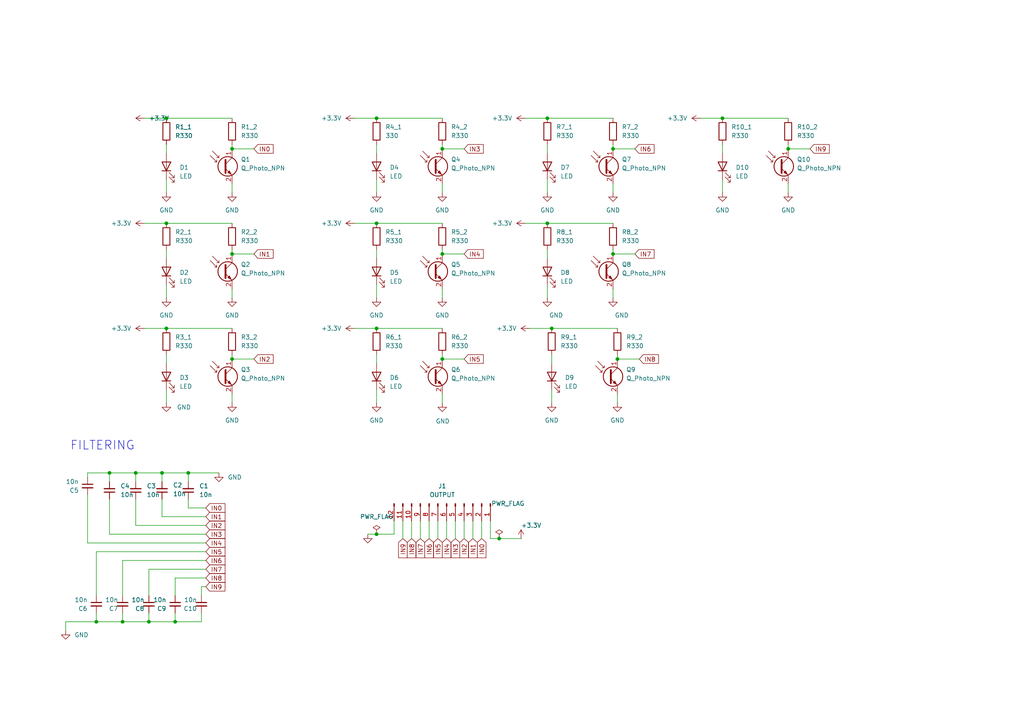
<source format=kicad_sch>
(kicad_sch (version 20211123) (generator eeschema)
  (paper "A4")
  (lib_symbols
    (symbol "Connector:Conn_01x12_Male" (pin_names (offset 1.016) hide)
      (property "Reference" "J" (at 0 15.24 0))
      (property "Value" "Conn_01x12_Male" (at 0 -17.78 0))
      (symbol "Conn_01x12_Male_1_1"
        (polyline (pts (xy 1.27 -15.24) (xy 0.8636 -15.24)) (stroke (width 0.1524)))
        (polyline (pts (xy 1.27 -12.7) (xy 0.8636 -12.7)) (stroke (width 0.1524)))
        (polyline (pts (xy 1.27 -10.16) (xy 0.8636 -10.16)) (stroke (width 0.1524)))
        (polyline (pts (xy 1.27 -7.62) (xy 0.8636 -7.62)) (stroke (width 0.1524)))
        (polyline (pts (xy 1.27 -5.08) (xy 0.8636 -5.08)) (stroke (width 0.1524)))
        (polyline (pts (xy 1.27 -2.54) (xy 0.8636 -2.54)) (stroke (width 0.1524)))
        (polyline (pts (xy 1.27 0) (xy 0.8636 0)) (stroke (width 0.1524)))
        (polyline (pts (xy 1.27 2.54) (xy 0.8636 2.54)) (stroke (width 0.1524)))
        (polyline (pts (xy 1.27 5.08) (xy 0.8636 5.08)) (stroke (width 0.1524)))
        (polyline (pts (xy 1.27 7.62) (xy 0.8636 7.62)) (stroke (width 0.1524)))
        (polyline (pts (xy 1.27 10.16) (xy 0.8636 10.16)) (stroke (width 0.1524)))
        (polyline (pts (xy 1.27 12.7) (xy 0.8636 12.7)) (stroke (width 0.1524)))
        (rectangle (start 0.8636 -15.113) (end 0 -15.367) (stroke (width 0.1524)) (fill (type outline)))
        (rectangle (start 0.8636 -12.573) (end 0 -12.827) (stroke (width 0.1524)) (fill (type outline)))
        (rectangle (start 0.8636 -10.033) (end 0 -10.287) (stroke (width 0.1524)) (fill (type outline)))
        (rectangle (start 0.8636 -7.493) (end 0 -7.747) (stroke (width 0.1524)) (fill (type outline)))
        (rectangle (start 0.8636 -4.953) (end 0 -5.207) (stroke (width 0.1524)) (fill (type outline)))
        (rectangle (start 0.8636 -2.413) (end 0 -2.667) (stroke (width 0.1524)) (fill (type outline)))
        (rectangle (start 0.8636 0.127) (end 0 -0.127) (stroke (width 0.1524)) (fill (type outline)))
        (rectangle (start 0.8636 2.667) (end 0 2.413) (stroke (width 0.1524)) (fill (type outline)))
        (rectangle (start 0.8636 5.207) (end 0 4.953) (stroke (width 0.1524)) (fill (type outline)))
        (rectangle (start 0.8636 7.747) (end 0 7.493) (stroke (width 0.1524)) (fill (type outline)))
        (rectangle (start 0.8636 10.287) (end 0 10.033) (stroke (width 0.1524)) (fill (type outline)))
        (rectangle (start 0.8636 12.827) (end 0 12.573) (stroke (width 0.1524)) (fill (type outline)))
        (pin passive line (at 5.08 12.7 180) (length 3.81) (name "Pin_1") (number "1"))
        (pin passive line (at 5.08 -10.16 180) (length 3.81) (name "Pin_10") (number "10"))
        (pin passive line (at 5.08 -12.7 180) (length 3.81) (name "Pin_11") (number "11"))
        (pin passive line (at 5.08 -15.24 180) (length 3.81) (name "Pin_12") (number "12"))
        (pin passive line (at 5.08 10.16 180) (length 3.81) (name "Pin_2") (number "2"))
        (pin passive line (at 5.08 7.62 180) (length 3.81) (name "Pin_3") (number "3"))
        (pin passive line (at 5.08 5.08 180) (length 3.81) (name "Pin_4") (number "4"))
        (pin passive line (at 5.08 2.54 180) (length 3.81) (name "Pin_5") (number "5"))
        (pin passive line (at 5.08 0 180) (length 3.81) (name "Pin_6") (number "6"))
        (pin passive line (at 5.08 -2.54 180) (length 3.81) (name "Pin_7") (number "7"))
        (pin passive line (at 5.08 -5.08 180) (length 3.81) (name "Pin_8") (number "8"))
        (pin passive line (at 5.08 -7.62 180) (length 3.81) (name "Pin_9") (number "9"))
      )
    )
    (symbol "Device:C_Small" (pin_numbers hide) (pin_names (offset 0.254) hide)
      (property "Reference" "C" (at 0.254 1.778 0))
      (property "Value" "C_Small" (at 0.254 -2.032 0))
      (symbol "C_Small_0_1"
        (polyline (pts (xy -1.524 -0.508) (xy 1.524 -0.508)) (stroke (width 0.3302)))
        (polyline (pts (xy -1.524 0.508) (xy 1.524 0.508)) (stroke (width 0.3048)))
      )
      (symbol "C_Small_1_1"
        (pin passive line (at 0 2.54 270) (length 2.032) (name "~") (number "1"))
        (pin passive line (at 0 -2.54 90) (length 2.032) (name "~") (number "2"))
      )
    )
    (symbol "Device:LED" (pin_numbers hide) (pin_names (offset 1.016) hide)
      (property "Reference" "D" (at 0 2.54 0))
      (property "Value" "LED" (at 0 -2.54 0))
      (symbol "LED_0_1"
        (polyline (pts (xy -1.27 -1.27) (xy -1.27 1.27)) (stroke (width 0.254)))
        (polyline (pts (xy -1.27 0) (xy 1.27 0)))
        (polyline (pts (xy 1.27 -1.27) (xy 1.27 1.27) (xy -1.27 0) (xy 1.27 -1.27)) (stroke (width 0.254)))
        (polyline (pts (xy -3.048 -0.762) (xy -4.572 -2.286) (xy -3.81 -2.286) (xy -4.572 -2.286) (xy -4.572 -1.524)))
        (polyline (pts (xy -1.778 -0.762) (xy -3.302 -2.286) (xy -2.54 -2.286) (xy -3.302 -2.286) (xy -3.302 -1.524)))
      )
      (symbol "LED_1_1"
        (pin passive line (at -3.81 0 0) (length 2.54) (name "K") (number "1"))
        (pin passive line (at 3.81 0 180) (length 2.54) (name "A") (number "2"))
      )
    )
    (symbol "Device:Q_Photo_NPN" (pin_names (offset 0) hide)
      (property "Reference" "Q" (at 5.08 1.27 0))
      (property "Value" "Q_Photo_NPN" (at 5.08 -1.27 0))
      (symbol "Q_Photo_NPN_0_1"
        (polyline (pts (xy -1.905 1.27) (xy -2.54 1.27)))
        (polyline (pts (xy -1.27 2.54) (xy -1.905 2.54)))
        (polyline (pts (xy 0.635 0.635) (xy 2.54 2.54)))
        (polyline (pts (xy -3.81 3.175) (xy -1.905 1.27) (xy -1.905 1.905)))
        (polyline (pts (xy -3.175 4.445) (xy -1.27 2.54) (xy -1.27 3.175)))
        (polyline (pts (xy 0.635 -0.635) (xy 2.54 -2.54) (xy 2.54 -2.54)))
        (polyline (pts (xy 0.635 1.905) (xy 0.635 -1.905) (xy 0.635 -1.905)) (stroke (width 0.508)))
        (polyline (pts (xy 1.27 -1.778) (xy 1.778 -1.27) (xy 2.286 -2.286) (xy 1.27 -1.778) (xy 1.27 -1.778)) (fill (type outline)))
        (circle (center 1.27 0) (radius 2.8194) (stroke (width 0.254)))
      )
      (symbol "Q_Photo_NPN_1_1"
        (pin passive line (at 2.54 5.08 270) (length 2.54) (name "C") (number "1"))
        (pin passive line (at 2.54 -5.08 90) (length 2.54) (name "E") (number "2"))
      )
    )
    (symbol "Device:R" (pin_numbers hide) (pin_names (offset 0))
      (property "Reference" "R" (at 2.032 0 90))
      (property "Value" "R" (at 0 0 90))
      (symbol "R_0_1"
        (rectangle (start -1.016 -2.54) (end 1.016 2.54) (stroke (width 0.254)))
      )
      (symbol "R_1_1"
        (pin passive line (at 0 3.81 270) (length 1.27) (name "~") (number "1"))
        (pin passive line (at 0 -3.81 90) (length 1.27) (name "~") (number "2"))
      )
    )
    (symbol "power:+3.3V" (power) (pin_names (offset 0))
      (property "Value" "+3.3V" (at 0 3.556 0))
      (symbol "+3.3V_0_1"
        (polyline (pts (xy -0.762 1.27) (xy 0 2.54)))
        (polyline (pts (xy 0 0) (xy 0 2.54)))
        (polyline (pts (xy 0 2.54) (xy 0.762 1.27)))
      )
      (symbol "+3.3V_1_1"
        (pin power_in line (at 0 0 90) (length 0) hide (name "+3.3V") (number "1"))
      )
    )
    (symbol "power:GND" (power) (pin_names (offset 0))
      (property "Value" "GND" (at 0 -3.81 0))
      (symbol "GND_0_1"
        (polyline (pts (xy 0 0) (xy 0 -1.27) (xy 1.27 -1.27) (xy 0 -2.54) (xy -1.27 -1.27) (xy 0 -1.27)))
      )
      (symbol "GND_1_1"
        (pin power_in line (at 0 0 270) (length 0) hide (name "GND") (number "1"))
      )
    )
    (symbol "power:PWR_FLAG" (power) (pin_numbers hide) (pin_names (offset 0) hide)
      (property "Value" "PWR_FLAG" (at 0 3.81 0))
      (symbol "PWR_FLAG_0_0"
        (pin power_out line (at 0 0 90) (length 0) (name "pwr") (number "1"))
      )
      (symbol "PWR_FLAG_0_1"
        (polyline (pts (xy 0 0) (xy 0 1.27) (xy -1.016 1.905) (xy 0 2.54) (xy 1.016 1.905) (xy 0 1.27)))
      )
    )
  )
  (junction (at 46.99 137.16))
  (junction (at 128.27 43.18))
  (junction (at 109.22 34.29))
  (junction (at 50.8 180.34))
  (junction (at 35.56 180.34))
  (junction (at 158.75 64.77))
  (junction (at 144.78 156.21))
  (junction (at 228.6 43.18))
  (junction (at 109.22 95.25))
  (junction (at 109.22 154.94))
  (junction (at 109.22 64.77))
  (junction (at 177.8 73.66))
  (junction (at 67.31 43.18))
  (junction (at 158.75 34.29))
  (junction (at 179.07 104.14))
  (junction (at 48.26 64.77))
  (junction (at 27.94 180.34))
  (junction (at 67.31 73.66))
  (junction (at 177.8 43.18))
  (junction (at 48.26 34.29))
  (junction (at 39.37 137.16))
  (junction (at 31.75 137.16))
  (junction (at 43.18 180.34))
  (junction (at 48.26 95.25))
  (junction (at 160.02 95.25))
  (junction (at 54.61 137.16))
  (junction (at 209.55 34.29))
  (junction (at 67.31 104.14))
  (junction (at 128.27 104.14))
  (junction (at 128.27 73.66))
  (wire (pts (xy 128.27 104.14) (xy 128.27 102.87)))
  (wire (pts (xy 54.61 137.16) (xy 63.5 137.16)))
  (wire (pts (xy 59.69 149.86) (xy 46.99 149.86)))
  (wire (pts (xy 109.22 34.29) (xy 128.27 34.29)))
  (wire (pts (xy 54.61 147.32) (xy 59.69 147.32)))
  (wire (pts (xy 27.94 172.72) (xy 27.94 160.02)))
  (wire (pts (xy 67.31 73.66) (xy 67.31 72.39)))
  (wire (pts (xy 209.55 52.07) (xy 209.55 55.88)))
  (wire (pts (xy 152.4 34.29) (xy 158.75 34.29)))
  (wire (pts (xy 109.22 82.55) (xy 109.22 86.36)))
  (wire (pts (xy 48.26 44.45) (xy 48.26 41.91)))
  (wire (pts (xy 177.8 55.88) (xy 177.8 53.34)))
  (wire (pts (xy 35.56 180.34) (xy 27.94 180.34)))
  (wire (pts (xy 134.62 104.14) (xy 128.27 104.14)))
  (wire (pts (xy 73.66 73.66) (xy 67.31 73.66)))
  (wire (pts (xy 48.26 105.41) (xy 48.26 102.87)))
  (wire (pts (xy 102.87 34.29) (xy 109.22 34.29)))
  (wire (pts (xy 27.94 180.34) (xy 19.05 180.34)))
  (wire (pts (xy 48.26 74.93) (xy 48.26 72.39)))
  (wire (pts (xy 160.02 105.41) (xy 160.02 102.87)))
  (wire (pts (xy 116.84 151.13) (xy 116.84 156.21)))
  (wire (pts (xy 121.92 151.13) (xy 121.92 156.21)))
  (wire (pts (xy 50.8 177.8) (xy 50.8 180.34)))
  (wire (pts (xy 43.18 165.1) (xy 59.69 165.1)))
  (wire (pts (xy 48.26 82.55) (xy 48.26 86.36)))
  (wire (pts (xy 134.62 43.18) (xy 128.27 43.18)))
  (wire (pts (xy 43.18 177.8) (xy 43.18 180.34)))
  (wire (pts (xy 142.24 156.21) (xy 142.24 151.13)))
  (wire (pts (xy 59.69 154.94) (xy 31.75 154.94)))
  (wire (pts (xy 25.4 138.43) (xy 25.4 137.16)))
  (wire (pts (xy 50.8 167.64) (xy 59.69 167.64)))
  (wire (pts (xy 128.27 116.84) (xy 128.27 114.3)))
  (wire (pts (xy 132.08 151.13) (xy 132.08 156.21)))
  (wire (pts (xy 158.75 64.77) (xy 152.4 64.77)))
  (wire (pts (xy 25.4 143.51) (xy 25.4 157.48)))
  (wire (pts (xy 228.6 43.18) (xy 228.6 41.91)))
  (wire (pts (xy 158.75 44.45) (xy 158.75 41.91)))
  (wire (pts (xy 35.56 172.72) (xy 35.56 162.56)))
  (wire (pts (xy 109.22 64.77) (xy 102.87 64.77)))
  (wire (pts (xy 119.38 151.13) (xy 119.38 156.21)))
  (wire (pts (xy 177.8 43.18) (xy 177.8 41.91)))
  (wire (pts (xy 67.31 55.88) (xy 67.31 53.34)))
  (wire (pts (xy 114.3 154.94) (xy 114.3 151.13)))
  (wire (pts (xy 179.07 116.84) (xy 179.07 114.3)))
  (wire (pts (xy 109.22 44.45) (xy 109.22 41.91)))
  (wire (pts (xy 67.31 104.14) (xy 67.31 102.87)))
  (wire (pts (xy 209.55 34.29) (xy 228.6 34.29)))
  (wire (pts (xy 67.31 116.84) (xy 67.31 114.3)))
  (wire (pts (xy 73.66 43.18) (xy 67.31 43.18)))
  (wire (pts (xy 43.18 180.34) (xy 35.56 180.34)))
  (wire (pts (xy 177.8 73.66) (xy 177.8 72.39)))
  (wire (pts (xy 39.37 139.7) (xy 39.37 137.16)))
  (wire (pts (xy 160.02 95.25) (xy 153.67 95.25)))
  (wire (pts (xy 128.27 55.88) (xy 128.27 53.34)))
  (wire (pts (xy 25.4 137.16) (xy 31.75 137.16)))
  (wire (pts (xy 109.22 52.07) (xy 109.22 55.88)))
  (wire (pts (xy 124.46 151.13) (xy 124.46 156.21)))
  (wire (pts (xy 234.95 43.18) (xy 228.6 43.18)))
  (wire (pts (xy 158.75 52.07) (xy 158.75 55.88)))
  (wire (pts (xy 158.75 74.93) (xy 158.75 72.39)))
  (wire (pts (xy 54.61 144.78) (xy 54.61 147.32)))
  (wire (pts (xy 46.99 139.7) (xy 46.99 137.16)))
  (wire (pts (xy 158.75 64.77) (xy 177.8 64.77)))
  (wire (pts (xy 35.56 177.8) (xy 35.56 180.34)))
  (wire (pts (xy 67.31 43.18) (xy 67.31 41.91)))
  (wire (pts (xy 39.37 137.16) (xy 46.99 137.16)))
  (wire (pts (xy 142.24 156.21) (xy 144.78 156.21)))
  (wire (pts (xy 67.31 86.36) (xy 67.31 83.82)))
  (wire (pts (xy 134.62 151.13) (xy 134.62 156.21)))
  (wire (pts (xy 128.27 86.36) (xy 128.27 83.82)))
  (wire (pts (xy 58.42 170.18) (xy 59.69 170.18)))
  (wire (pts (xy 109.22 95.25) (xy 128.27 95.25)))
  (wire (pts (xy 160.02 113.03) (xy 160.02 116.84)))
  (wire (pts (xy 158.75 34.29) (xy 177.8 34.29)))
  (wire (pts (xy 109.22 154.94) (xy 114.3 154.94)))
  (wire (pts (xy 31.75 137.16) (xy 39.37 137.16)))
  (wire (pts (xy 35.56 162.56) (xy 59.69 162.56)))
  (wire (pts (xy 46.99 149.86) (xy 46.99 144.78)))
  (wire (pts (xy 228.6 55.88) (xy 228.6 53.34)))
  (wire (pts (xy 48.26 52.07) (xy 48.26 55.88)))
  (wire (pts (xy 137.16 151.13) (xy 137.16 156.21)))
  (wire (pts (xy 139.7 151.13) (xy 139.7 156.21)))
  (wire (pts (xy 128.27 73.66) (xy 128.27 72.39)))
  (wire (pts (xy 31.75 139.7) (xy 31.75 137.16)))
  (wire (pts (xy 50.8 180.34) (xy 43.18 180.34)))
  (wire (pts (xy 109.22 113.03) (xy 109.22 116.84)))
  (wire (pts (xy 160.02 95.25) (xy 179.07 95.25)))
  (wire (pts (xy 109.22 74.93) (xy 109.22 72.39)))
  (wire (pts (xy 48.26 95.25) (xy 41.91 95.25)))
  (wire (pts (xy 134.62 73.66) (xy 128.27 73.66)))
  (wire (pts (xy 109.22 64.77) (xy 128.27 64.77)))
  (wire (pts (xy 41.91 34.29) (xy 48.26 34.29)))
  (wire (pts (xy 128.27 43.18) (xy 128.27 41.91)))
  (wire (pts (xy 39.37 152.4) (xy 59.69 152.4)))
  (wire (pts (xy 209.55 34.29) (xy 203.2 34.29)))
  (wire (pts (xy 31.75 154.94) (xy 31.75 144.78)))
  (wire (pts (xy 48.26 34.29) (xy 67.31 34.29)))
  (wire (pts (xy 39.37 144.78) (xy 39.37 152.4)))
  (wire (pts (xy 58.42 177.8) (xy 58.42 180.34)))
  (wire (pts (xy 184.15 73.66) (xy 177.8 73.66)))
  (wire (pts (xy 185.42 104.14) (xy 179.07 104.14)))
  (wire (pts (xy 48.26 113.03) (xy 48.26 116.84)))
  (wire (pts (xy 129.54 151.13) (xy 129.54 156.21)))
  (wire (pts (xy 179.07 104.14) (xy 179.07 102.87)))
  (wire (pts (xy 48.26 64.77) (xy 67.31 64.77)))
  (wire (pts (xy 109.22 95.25) (xy 102.87 95.25)))
  (wire (pts (xy 106.68 154.94) (xy 109.22 154.94)))
  (wire (pts (xy 109.22 105.41) (xy 109.22 102.87)))
  (wire (pts (xy 158.75 82.55) (xy 158.75 86.36)))
  (wire (pts (xy 27.94 177.8) (xy 27.94 180.34)))
  (wire (pts (xy 177.8 86.36) (xy 177.8 83.82)))
  (wire (pts (xy 48.26 95.25) (xy 67.31 95.25)))
  (wire (pts (xy 144.78 156.21) (xy 151.13 156.21)))
  (wire (pts (xy 19.05 180.34) (xy 19.05 182.88)))
  (wire (pts (xy 27.94 160.02) (xy 59.69 160.02)))
  (wire (pts (xy 58.42 180.34) (xy 50.8 180.34)))
  (wire (pts (xy 46.99 137.16) (xy 54.61 137.16)))
  (wire (pts (xy 209.55 44.45) (xy 209.55 41.91)))
  (wire (pts (xy 127 151.13) (xy 127 156.21)))
  (wire (pts (xy 25.4 157.48) (xy 59.69 157.48)))
  (wire (pts (xy 50.8 172.72) (xy 50.8 167.64)))
  (wire (pts (xy 184.15 43.18) (xy 177.8 43.18)))
  (wire (pts (xy 48.26 64.77) (xy 41.91 64.77)))
  (wire (pts (xy 58.42 172.72) (xy 58.42 170.18)))
  (wire (pts (xy 54.61 139.7) (xy 54.61 137.16)))
  (wire (pts (xy 73.66 104.14) (xy 67.31 104.14)))
  (wire (pts (xy 43.18 172.72) (xy 43.18 165.1)))
  (text "FILTERING" (at 20.32 130.81 0) (effects (font (size 2.54 2.54)) (justify left bottom)))
  (global_label "IN8" (shape input) (at 59.69 167.64 0) (property "Intersheet References" "${INTERSHEET_REFS}" (effects hide)))
  (global_label "IN8" (shape input) (at 185.42 104.14 0) (property "Intersheet References" "${INTERSHEET_REFS}" (effects hide)))
  (global_label "IN0" (shape input) (at 139.7 156.21 270) (property "Intersheet References" "${INTERSHEET_REFS}" (effects hide)))
  (global_label "IN6" (shape input) (at 59.69 162.56 0) (property "Intersheet References" "${INTERSHEET_REFS}" (effects hide)))
  (global_label "IN9" (shape input) (at 234.95 43.18 0) (property "Intersheet References" "${INTERSHEET_REFS}" (effects hide)))
  (global_label "IN0" (shape input) (at 73.66 43.18 0) (property "Intersheet References" "${INTERSHEET_REFS}" (effects hide)))
  (global_label "IN9" (shape input) (at 59.69 170.18 0) (property "Intersheet References" "${INTERSHEET_REFS}" (effects hide)))
  (global_label "IN4" (shape input) (at 59.69 157.48 0) (property "Intersheet References" "${INTERSHEET_REFS}" (effects hide)))
  (global_label "IN2" (shape input) (at 134.62 156.21 270) (property "Intersheet References" "${INTERSHEET_REFS}" (effects hide)))
  (global_label "IN5" (shape input) (at 134.62 104.14 0) (property "Intersheet References" "${INTERSHEET_REFS}" (effects hide)))
  (global_label "IN0" (shape input) (at 59.69 147.32 0) (property "Intersheet References" "${INTERSHEET_REFS}" (effects hide)))
  (global_label "IN4" (shape input) (at 129.54 156.21 270) (property "Intersheet References" "${INTERSHEET_REFS}" (effects hide)))
  (global_label "IN5" (shape input) (at 59.69 160.02 0) (property "Intersheet References" "${INTERSHEET_REFS}" (effects hide)))
  (global_label "IN6" (shape input) (at 184.15 43.18 0) (property "Intersheet References" "${INTERSHEET_REFS}" (effects hide)))
  (global_label "IN1" (shape input) (at 137.16 156.21 270) (property "Intersheet References" "${INTERSHEET_REFS}" (effects hide)))
  (global_label "IN1" (shape input) (at 59.69 149.86 0) (property "Intersheet References" "${INTERSHEET_REFS}" (effects hide)))
  (global_label "IN3" (shape input) (at 59.69 154.94 0) (property "Intersheet References" "${INTERSHEET_REFS}" (effects hide)))
  (global_label "IN1" (shape input) (at 73.66 73.66 0) (property "Intersheet References" "${INTERSHEET_REFS}" (effects hide)))
  (global_label "IN5" (shape input) (at 127 156.21 270) (property "Intersheet References" "${INTERSHEET_REFS}" (effects hide)))
  (global_label "IN2" (shape input) (at 59.69 152.4 0) (property "Intersheet References" "${INTERSHEET_REFS}" (effects hide)))
  (global_label "IN9" (shape input) (at 116.84 156.21 270) (property "Intersheet References" "${INTERSHEET_REFS}" (effects hide)))
  (global_label "IN6" (shape input) (at 124.46 156.21 270) (property "Intersheet References" "${INTERSHEET_REFS}" (effects hide)))
  (global_label "IN7" (shape input) (at 184.15 73.66 0) (property "Intersheet References" "${INTERSHEET_REFS}" (effects hide)))
  (global_label "IN4" (shape input) (at 134.62 73.66 0) (property "Intersheet References" "${INTERSHEET_REFS}" (effects hide)))
  (global_label "IN2" (shape input) (at 73.66 104.14 0) (property "Intersheet References" "${INTERSHEET_REFS}" (effects hide)))
  (global_label "IN8" (shape input) (at 119.38 156.21 270) (property "Intersheet References" "${INTERSHEET_REFS}" (effects hide)))
  (global_label "IN7" (shape input) (at 121.92 156.21 270) (property "Intersheet References" "${INTERSHEET_REFS}" (effects hide)))
  (global_label "IN3" (shape input) (at 132.08 156.21 270) (property "Intersheet References" "${INTERSHEET_REFS}" (effects hide)))
  (global_label "IN3" (shape input) (at 134.62 43.18 0) (property "Intersheet References" "${INTERSHEET_REFS}" (effects hide)))
  (global_label "IN7" (shape input) (at 59.69 165.1 0) (property "Intersheet References" "${INTERSHEET_REFS}" (effects hide)))
  (symbol (lib_id "power:PWR_FLAG") (at 144.78 156.21 0) (unit 1)
    (property "Reference" "#FLG0102" (effects hide))
    (property "Value" "PWR_FLAG" (at 147.32 146.05 0))
  )
  (symbol (lib_id "Device:R") (at 128.27 38.1 0) (unit 1)
    (property "Reference" "R4_2" (at 130.81 36.8299 0) (effects (justify left)))
    (property "Value" "R330" (at 130.81 39.3699 0) (effects (justify left)))
    (property "Footprint" "Resistor_SMD:R_0805_2012Metric_Pad1.20x1.40mm_HandSolder" (effects hide))
  )
  (symbol (lib_id "Device:Q_Photo_NPN") (at 175.26 78.74 0) (unit 1)
    (property "Reference" "Q8" (at 180.34 76.7206 0) (effects (justify left)))
    (property "Value" "Q_Photo_NPN" (at 180.34 79.2606 0) (effects (justify left)))
    (property "Footprint" "LED_SMD:LED_0805_2012Metric_Pad1.15x1.40mm_HandSolder" (effects hide))
  )
  (symbol (lib_id "Device:R") (at 228.6 38.1 0) (unit 1)
    (property "Reference" "R10_2" (at 231.14 36.8299 0) (effects (justify left)))
    (property "Value" "R330" (at 231.14 39.3699 0) (effects (justify left)))
    (property "Footprint" "Resistor_SMD:R_0805_2012Metric_Pad1.20x1.40mm_HandSolder" (effects hide))
  )
  (symbol (lib_id "Device:C_Small") (at 50.8 175.26 0) (unit 1)
    (property "Reference" "C9" (at 48.26 176.53 0) (effects (justify right)))
    (property "Value" "10n" (at 48.26 173.99 0) (effects (justify right)))
    (property "Footprint" "Capacitor_SMD:C_0805_2012Metric_Pad1.18x1.45mm_HandSolder" (effects hide))
  )
  (symbol (lib_id "power:GND") (at 67.31 116.84 0) (unit 1)
    (property "Reference" "#PWR0128" (effects hide))
    (property "Value" "GND" (at 67.31 121.92 0))
  )
  (symbol (lib_id "Device:R") (at 109.22 68.58 0) (unit 1)
    (property "Reference" "R5_1" (at 111.76 67.3099 0) (effects (justify left)))
    (property "Value" "R330" (at 111.76 69.8499 0) (effects (justify left)))
    (property "Footprint" "Resistor_SMD:R_0805_2012Metric_Pad1.20x1.40mm_HandSolder" (effects hide))
  )
  (symbol (lib_id "power:GND") (at 228.6 55.88 0) (unit 1)
    (property "Reference" "#PWR0119" (effects hide))
    (property "Value" "GND" (at 228.6 60.96 0))
  )
  (symbol (lib_id "Device:LED") (at 158.75 48.26 90) (unit 1)
    (property "Reference" "D7" (at 162.56 48.5774 90) (effects (justify right)))
    (property "Value" "LED" (at 162.56 51.1174 90) (effects (justify right)))
    (property "Footprint" "Resistor_SMD:R_0805_2012Metric_Pad1.20x1.40mm_HandSolder" (effects hide))
  )
  (symbol (lib_id "Device:Q_Photo_NPN") (at 125.73 48.26 0) (unit 1)
    (property "Reference" "Q4" (at 130.81 46.2406 0) (effects (justify left)))
    (property "Value" "Q_Photo_NPN" (at 130.81 48.7806 0) (effects (justify left)))
    (property "Footprint" "LED_SMD:LED_0805_2012Metric_Pad1.15x1.40mm_HandSolder" (effects hide))
  )
  (symbol (lib_id "Device:R") (at 177.8 68.58 0) (unit 1)
    (property "Reference" "R8_2" (at 180.34 67.3099 0) (effects (justify left)))
    (property "Value" "R330" (at 180.34 69.8499 0) (effects (justify left)))
    (property "Footprint" "Resistor_SMD:R_0805_2012Metric_Pad1.20x1.40mm_HandSolder" (effects hide))
  )
  (symbol (lib_id "power:+3.3V") (at 152.4 64.77 90) (unit 1)
    (property "Reference" "#PWR0106" (effects hide))
    (property "Value" "+3.3V" (at 148.59 64.7699 90) (effects (justify left)))
  )
  (symbol (lib_id "Device:Q_Photo_NPN") (at 125.73 78.74 0) (unit 1)
    (property "Reference" "Q5" (at 130.81 76.7206 0) (effects (justify left)))
    (property "Value" "Q_Photo_NPN" (at 130.81 79.2606 0) (effects (justify left)))
    (property "Footprint" "LED_SMD:LED_0805_2012Metric_Pad1.15x1.40mm_HandSolder" (effects hide))
  )
  (symbol (lib_id "Device:LED") (at 109.22 48.26 90) (unit 1)
    (property "Reference" "D4" (at 113.03 48.5774 90) (effects (justify right)))
    (property "Value" "LED" (at 113.03 51.1174 90) (effects (justify right)))
    (property "Footprint" "Resistor_SMD:R_0805_2012Metric_Pad1.20x1.40mm_HandSolder" (effects hide))
  )
  (symbol (lib_id "Device:Q_Photo_NPN") (at 64.77 78.74 0) (unit 1)
    (property "Reference" "Q2" (at 69.85 76.7206 0) (effects (justify left)))
    (property "Value" "Q_Photo_NPN" (at 69.85 79.2606 0) (effects (justify left)))
    (property "Footprint" "LED_SMD:LED_0805_2012Metric_Pad1.15x1.40mm_HandSolder" (effects hide))
  )
  (symbol (lib_id "Device:Q_Photo_NPN") (at 175.26 48.26 0) (unit 1)
    (property "Reference" "Q7" (at 180.34 46.2406 0) (effects (justify left)))
    (property "Value" "Q_Photo_NPN" (at 180.34 48.7806 0) (effects (justify left)))
    (property "Footprint" "LED_SMD:LED_0805_2012Metric_Pad1.15x1.40mm_HandSolder" (effects hide))
  )
  (symbol (lib_id "power:PWR_FLAG") (at 109.22 154.94 0) (unit 1)
    (property "Reference" "#FLG0101" (effects hide))
    (property "Value" "PWR_FLAG" (at 109.22 149.86 0))
  )
  (symbol (lib_id "Device:C_Small") (at 54.61 142.24 180) (unit 1)
    (property "Reference" "C1" (at 57.785 140.9635 0) (effects (justify right)))
    (property "Value" "10n" (at 57.785 143.5035 0) (effects (justify right)))
    (property "Footprint" "Capacitor_SMD:C_0805_2012Metric_Pad1.18x1.45mm_HandSolder" (effects hide))
  )
  (symbol (lib_id "Device:R") (at 209.55 38.1 0) (unit 1)
    (property "Reference" "R10_1" (at 212.09 36.8299 0) (effects (justify left)))
    (property "Value" "R330" (at 212.09 39.3699 0) (effects (justify left)))
    (property "Footprint" "Resistor_SMD:R_0805_2012Metric_Pad1.20x1.40mm_HandSolder" (effects hide))
  )
  (symbol (lib_id "power:GND") (at 158.75 86.36 0) (unit 1)
    (property "Reference" "#PWR0116" (effects hide))
    (property "Value" "GND" (at 161.29 91.44 0))
  )
  (symbol (lib_id "Device:R") (at 158.75 38.1 0) (unit 1)
    (property "Reference" "R7_1" (at 161.29 36.8299 0) (effects (justify left)))
    (property "Value" "R330" (at 161.29 39.3699 0) (effects (justify left)))
    (property "Footprint" "Resistor_SMD:R_0805_2012Metric_Pad1.20x1.40mm_HandSolder" (effects hide))
  )
  (symbol (lib_id "Device:LED") (at 109.22 78.74 90) (unit 1)
    (property "Reference" "D5" (at 113.03 79.0574 90) (effects (justify right)))
    (property "Value" "LED" (at 113.03 81.5974 90) (effects (justify right)))
    (property "Footprint" "Resistor_SMD:R_0805_2012Metric_Pad1.20x1.40mm_HandSolder" (effects hide))
  )
  (symbol (lib_id "power:GND") (at 177.8 55.88 0) (unit 1)
    (property "Reference" "#PWR0120" (effects hide))
    (property "Value" "GND" (at 177.8 60.96 0))
  )
  (symbol (lib_id "Device:R") (at 67.31 68.58 0) (unit 1)
    (property "Reference" "R2_2" (at 69.85 67.3099 0) (effects (justify left)))
    (property "Value" "R330" (at 69.85 69.8499 0) (effects (justify left)))
    (property "Footprint" "Resistor_SMD:R_0805_2012Metric_Pad1.20x1.40mm_HandSolder" (effects hide))
  )
  (symbol (lib_id "power:GND") (at 128.27 116.84 0) (unit 1)
    (property "Reference" "#PWR0103" (effects hide))
    (property "Value" "GND" (at 128.397 122.174 0))
  )
  (symbol (lib_id "Device:C_Small") (at 25.4 140.97 0) (unit 1)
    (property "Reference" "C5" (at 22.86 142.24 0) (effects (justify right)))
    (property "Value" "10n" (at 22.86 139.7 0) (effects (justify right)))
    (property "Footprint" "Capacitor_SMD:C_0805_2012Metric_Pad1.18x1.45mm_HandSolder" (effects hide))
  )
  (symbol (lib_id "power:+3.3V") (at 41.91 34.29 90) (unit 1)
    (property "Reference" "#PWR0124" (effects hide))
    (property "Value" "+3.3V" (at 43.18 34.2899 90) (effects (justify right)))
  )
  (symbol (lib_id "Device:C_Small") (at 58.42 175.26 0) (unit 1)
    (property "Reference" "C10" (at 57.15 176.53 0) (effects (justify right)))
    (property "Value" "10n" (at 57.15 173.99 0) (effects (justify right)))
    (property "Footprint" "Capacitor_SMD:C_0805_2012Metric_Pad1.18x1.45mm_HandSolder" (effects hide))
  )
  (symbol (lib_id "power:GND") (at 106.68 154.94 0) (unit 1)
    (property "Reference" "#PWR0101" (effects hide))
    (property "Value" "GND" (effects hide))
  )
  (symbol (lib_id "power:+3.3V") (at 102.87 34.29 90) (unit 1)
    (property "Reference" "#PWR0108" (effects hide))
    (property "Value" "+3.3V" (at 99.06 34.2899 90) (effects (justify left)))
  )
  (symbol (lib_id "power:+3.3V") (at 102.87 64.77 90) (unit 1)
    (property "Reference" "#PWR0112" (effects hide))
    (property "Value" "+3.3V" (at 99.06 64.7699 90) (effects (justify left)))
  )
  (symbol (lib_id "Device:R") (at 109.22 99.06 0) (unit 1)
    (property "Reference" "R6_1" (at 111.76 97.7899 0) (effects (justify left)))
    (property "Value" "R330" (at 111.76 100.3299 0) (effects (justify left)))
    (property "Footprint" "Resistor_SMD:R_0805_2012Metric_Pad1.20x1.40mm_HandSolder" (effects hide))
  )
  (symbol (lib_id "Device:LED") (at 48.26 48.26 90) (unit 1)
    (property "Reference" "D1" (at 52.07 48.5774 90) (effects (justify right)))
    (property "Value" "LED" (at 52.07 51.1174 90) (effects (justify right)))
    (property "Footprint" "Resistor_SMD:R_0805_2012Metric_Pad1.20x1.40mm_HandSolder" (effects hide))
  )
  (symbol (lib_id "Connector:Conn_01x12_Male") (at 129.54 146.05 270) (unit 1)
    (property "Reference" "J1" (at 128.27 140.97 90))
    (property "Value" "OUTPUT" (at 128.27 143.51 90))
    (property "Footprint" "Connector_FFC-FPC:Hirose_FH12-12S-0.5SH_1x12-1MP_P0.50mm_Horizontal" (effects hide))
  )
  (symbol (lib_id "Device:R") (at 48.26 38.1 0) (unit 1)
    (property "Reference" "R1_1" (at 50.8 36.8299 0) (effects (justify left)))
    (property "Value" "R330" (at 50.8 39.3699 0) (effects (justify left)))
    (property "Footprint" "Resistor_SMD:R_0805_2012Metric_Pad1.20x1.40mm_HandSolder" (effects hide))
  )
  (symbol (lib_id "power:+3.3V") (at 153.67 95.25 90) (unit 1)
    (property "Reference" "#PWR0105" (effects hide))
    (property "Value" "+3.3V" (at 149.86 95.2499 90) (effects (justify left)))
  )
  (symbol (lib_id "Device:C_Small") (at 35.56 175.26 0) (unit 1)
    (property "Reference" "C7" (at 34.29 176.53 0) (effects (justify right)))
    (property "Value" "10n" (at 34.29 173.99 0) (effects (justify right)))
    (property "Footprint" "Capacitor_SMD:C_0805_2012Metric_Pad1.18x1.45mm_HandSolder" (effects hide))
  )
  (symbol (lib_id "Device:C_Small") (at 39.37 142.24 180) (unit 1)
    (property "Reference" "C3" (at 42.545 140.9635 0) (effects (justify right)))
    (property "Value" "10n" (at 42.545 143.5035 0) (effects (justify right)))
    (property "Footprint" "Capacitor_SMD:C_0805_2012Metric_Pad1.18x1.45mm_HandSolder" (effects hide))
  )
  (symbol (lib_id "power:GND") (at 109.22 116.84 0) (unit 1)
    (property "Reference" "#PWR0102" (effects hide))
    (property "Value" "GND" (at 109.22 121.92 0))
  )
  (symbol (lib_id "power:GND") (at 109.22 86.36 0) (unit 1)
    (property "Reference" "#PWR0110" (effects hide))
    (property "Value" "GND" (at 109.22 91.44 0))
  )
  (symbol (lib_id "power:+3.3V") (at 203.2 34.29 90) (unit 1)
    (property "Reference" "#PWR0122" (effects hide))
    (property "Value" "+3.3V" (at 199.39 34.2899 90) (effects (justify left)))
  )
  (symbol (lib_id "power:+3.3V") (at 41.91 95.25 90) (unit 1)
    (property "Reference" "#PWR0132" (effects hide))
    (property "Value" "+3.3V" (at 38.1 95.2499 90) (effects (justify left)))
  )
  (symbol (lib_id "Device:R") (at 48.26 99.06 0) (unit 1)
    (property "Reference" "R3_1" (at 50.8 97.7899 0) (effects (justify left)))
    (property "Value" "R330" (at 50.8 100.3299 0) (effects (justify left)))
    (property "Footprint" "Resistor_SMD:R_0805_2012Metric_Pad1.20x1.40mm_HandSolder" (effects hide))
  )
  (symbol (lib_id "Device:R") (at 48.26 68.58 0) (unit 1)
    (property "Reference" "R2_1" (at 50.8 67.3099 0) (effects (justify left)))
    (property "Value" "R330" (at 50.8 69.8499 0) (effects (justify left)))
    (property "Footprint" "Resistor_SMD:R_0805_2012Metric_Pad1.20x1.40mm_HandSolder" (effects hide))
  )
  (symbol (lib_id "power:+3.3V") (at 151.13 156.21 0) (unit 1)
    (property "Reference" "#PWR0104" (effects hide))
    (property "Value" "+3.3V" (at 151.1301 152.4 0) (effects (justify left)))
  )
  (symbol (lib_id "Device:C_Small") (at 31.75 142.24 180) (unit 1)
    (property "Reference" "C4" (at 34.925 140.9635 0) (effects (justify right)))
    (property "Value" "10n" (at 34.925 143.5035 0) (effects (justify right)))
    (property "Footprint" "Capacitor_SMD:C_0805_2012Metric_Pad1.18x1.45mm_HandSolder" (effects hide))
  )
  (symbol (lib_id "power:GND") (at 63.5 137.16 0) (unit 1)
    (property "Reference" "#PWR0133" (effects hide))
    (property "Value" "GND" (at 66.04 138.4299 0) (effects (justify left)))
  )
  (symbol (lib_id "Device:R") (at 109.22 38.1 0) (unit 1)
    (property "Reference" "R4_1" (at 111.76 36.8299 0) (effects (justify left)))
    (property "Value" "330" (at 111.76 39.3699 0) (effects (justify left)))
    (property "Footprint" "Resistor_SMD:R_0805_2012Metric_Pad1.20x1.40mm_HandSolder" (effects hide))
  )
  (symbol (lib_id "Device:R") (at 158.75 68.58 0) (unit 1)
    (property "Reference" "R8_1" (at 161.29 67.3099 0) (effects (justify left)))
    (property "Value" "R330" (at 161.29 69.8499 0) (effects (justify left)))
    (property "Footprint" "Resistor_SMD:R_0805_2012Metric_Pad1.20x1.40mm_HandSolder" (effects hide))
  )
  (symbol (lib_id "Device:LED") (at 160.02 109.22 90) (unit 1)
    (property "Reference" "D9" (at 163.83 109.5374 90) (effects (justify right)))
    (property "Value" "LED" (at 163.83 112.0774 90) (effects (justify right)))
    (property "Footprint" "Resistor_SMD:R_0805_2012Metric_Pad1.20x1.40mm_HandSolder" (effects hide))
  )
  (symbol (lib_id "power:GND") (at 128.27 86.36 0) (unit 1)
    (property "Reference" "#PWR0107" (effects hide))
    (property "Value" "GND" (at 128.27 91.44 0))
  )
  (symbol (lib_id "power:GND") (at 209.55 55.88 0) (unit 1)
    (property "Reference" "#PWR0123" (effects hide))
    (property "Value" "GND" (at 209.55 60.96 0))
  )
  (symbol (lib_id "power:GND") (at 48.26 86.36 0) (unit 1)
    (property "Reference" "#PWR0130" (effects hide))
    (property "Value" "GND" (at 48.26 91.44 0))
  )
  (symbol (lib_id "Device:LED") (at 158.75 78.74 90) (unit 1)
    (property "Reference" "D8" (at 162.56 79.0574 90) (effects (justify right)))
    (property "Value" "LED" (at 162.56 81.5974 90) (effects (justify right)))
    (property "Footprint" "Resistor_SMD:R_0805_2012Metric_Pad1.20x1.40mm_HandSolder" (effects hide))
  )
  (symbol (lib_id "Device:LED") (at 48.26 109.22 90) (unit 1)
    (property "Reference" "D3" (at 52.07 109.5374 90) (effects (justify right)))
    (property "Value" "LED" (at 52.07 112.0774 90) (effects (justify right)))
    (property "Footprint" "Resistor_SMD:R_0805_2012Metric_Pad1.20x1.40mm_HandSolder" (effects hide))
  )
  (symbol (lib_id "Device:C_Small") (at 43.18 175.26 0) (unit 1)
    (property "Reference" "C8" (at 41.91 176.53 0) (effects (justify right)))
    (property "Value" "10n" (at 41.91 173.99 0) (effects (justify right)))
    (property "Footprint" "Capacitor_SMD:C_0805_2012Metric_Pad1.18x1.45mm_HandSolder" (effects hide))
  )
  (symbol (lib_id "Device:Q_Photo_NPN") (at 226.06 48.26 0) (unit 1)
    (property "Reference" "Q10" (at 231.14 46.2406 0) (effects (justify left)))
    (property "Value" "Q_Photo_NPN" (at 231.14 48.7806 0) (effects (justify left)))
    (property "Footprint" "LED_SMD:LED_0805_2012Metric_Pad1.15x1.40mm_HandSolder" (effects hide))
  )
  (symbol (lib_id "Device:R") (at 160.02 99.06 0) (unit 1)
    (property "Reference" "R9_1" (at 162.56 97.7899 0) (effects (justify left)))
    (property "Value" "R330" (at 162.56 100.3299 0) (effects (justify left)))
    (property "Footprint" "Resistor_SMD:R_0805_2012Metric_Pad1.20x1.40mm_HandSolder" (effects hide))
  )
  (symbol (lib_id "Device:Q_Photo_NPN") (at 125.73 109.22 0) (unit 1)
    (property "Reference" "Q6" (at 130.81 107.2006 0) (effects (justify left)))
    (property "Value" "Q_Photo_NPN" (at 130.81 109.7406 0) (effects (justify left)))
    (property "Footprint" "LED_SMD:LED_0805_2012Metric_Pad1.15x1.40mm_HandSolder" (effects hide))
  )
  (symbol (lib_id "Device:Q_Photo_NPN") (at 64.77 109.22 0) (unit 1)
    (property "Reference" "Q3" (at 69.85 107.2006 0) (effects (justify left)))
    (property "Value" "Q_Photo_NPN" (at 69.85 109.7406 0) (effects (justify left)))
    (property "Footprint" "LED_SMD:LED_0805_2012Metric_Pad1.15x1.40mm_HandSolder" (effects hide))
  )
  (symbol (lib_id "power:GND") (at 179.07 116.84 0) (unit 1)
    (property "Reference" "#PWR0118" (effects hide))
    (property "Value" "GND" (at 179.07 121.92 0))
  )
  (symbol (lib_id "Device:C_Small") (at 46.99 142.24 180) (unit 1)
    (property "Reference" "C2" (at 50.165 140.716 0) (effects (justify right)))
    (property "Value" "10n" (at 50.165 143.256 0) (effects (justify right)))
    (property "Footprint" "Capacitor_SMD:C_0805_2012Metric_Pad1.18x1.45mm_HandSolder" (effects hide))
  )
  (symbol (lib_id "power:+3.3V") (at 102.87 95.25 90) (unit 1)
    (property "Reference" "#PWR0109" (effects hide))
    (property "Value" "+3.3V" (at 99.06 95.2499 90) (effects (justify left)))
  )
  (symbol (lib_id "Device:R") (at 179.07 99.06 0) (unit 1)
    (property "Reference" "R9_2" (at 181.61 97.7899 0) (effects (justify left)))
    (property "Value" "R330" (at 181.61 100.3299 0) (effects (justify left)))
    (property "Footprint" "Resistor_SMD:R_0805_2012Metric_Pad1.20x1.40mm_HandSolder" (effects hide))
  )
  (symbol (lib_id "Device:R") (at 67.31 99.06 0) (unit 1)
    (property "Reference" "R3_2" (at 69.85 97.7899 0) (effects (justify left)))
    (property "Value" "R330" (at 69.85 100.3299 0) (effects (justify left)))
    (property "Footprint" "Resistor_SMD:R_0805_2012Metric_Pad1.20x1.40mm_HandSolder" (effects hide))
  )
  (symbol (lib_id "Device:LED") (at 209.55 48.26 90) (unit 1)
    (property "Reference" "D10" (at 213.36 48.5774 90) (effects (justify right)))
    (property "Value" "LED" (at 213.36 51.1174 90) (effects (justify right)))
    (property "Footprint" "Resistor_SMD:R_0805_2012Metric_Pad1.20x1.40mm_HandSolder" (effects hide))
  )
  (symbol (lib_id "power:+3.3V") (at 41.91 64.77 90) (unit 1)
    (property "Reference" "#PWR0126" (effects hide))
    (property "Value" "+3.3V" (at 38.1 64.7699 90) (effects (justify left)))
  )
  (symbol (lib_id "power:GND") (at 67.31 86.36 0) (unit 1)
    (property "Reference" "#PWR0129" (effects hide))
    (property "Value" "GND" (at 67.31 91.44 0))
  )
  (symbol (lib_id "power:GND") (at 48.26 55.88 0) (unit 1)
    (property "Reference" "#PWR0127" (effects hide))
    (property "Value" "GND" (at 48.26 60.96 0))
  )
  (symbol (lib_id "Device:R") (at 67.31 38.1 0) (unit 1)
    (property "Reference" "R1_2" (at 69.85 36.8299 0) (effects (justify left)))
    (property "Value" "R330" (at 69.85 39.3699 0) (effects (justify left)))
    (property "Footprint" "Resistor_SMD:R_0805_2012Metric_Pad1.20x1.40mm_HandSolder" (effects hide))
  )
  (symbol (lib_id "power:+3.3V") (at 152.4 34.29 90) (unit 1)
    (property "Reference" "#PWR0114" (effects hide))
    (property "Value" "+3.3V" (at 148.59 34.2899 90) (effects (justify left)))
  )
  (symbol (lib_id "power:GND") (at 19.05 182.88 0) (unit 1)
    (property "Reference" "#PWR0134" (effects hide))
    (property "Value" "GND" (at 21.59 184.1499 0) (effects (justify left)))
  )
  (symbol (lib_id "power:GND") (at 128.27 55.88 0) (unit 1)
    (property "Reference" "#PWR0111" (effects hide))
    (property "Value" "GND" (at 128.27 60.96 0))
  )
  (symbol (lib_id "Device:Q_Photo_NPN") (at 64.77 48.26 0) (unit 1)
    (property "Reference" "Q1" (at 69.85 46.2406 0) (effects (justify left)))
    (property "Value" "Q_Photo_NPN" (at 69.85 48.7806 0) (effects (justify left)))
    (property "Footprint" "LED_SMD:LED_0805_2012Metric_Pad1.15x1.40mm_HandSolder" (effects hide))
  )
  (symbol (lib_id "power:GND") (at 160.02 116.84 0) (unit 1)
    (property "Reference" "#PWR0117" (effects hide))
    (property "Value" "GND" (at 160.02 121.92 0))
  )
  (symbol (lib_id "power:GND") (at 177.8 86.36 0) (unit 1)
    (property "Reference" "#PWR0115" (effects hide))
    (property "Value" "GND" (at 180.34 91.44 0))
  )
  (symbol (lib_id "power:GND") (at 48.26 116.84 0) (unit 1)
    (property "Reference" "#PWR0131" (effects hide))
    (property "Value" "GND" (at 53.34 118.11 0))
  )
  (symbol (lib_id "Device:R") (at 128.27 68.58 0) (unit 1)
    (property "Reference" "R5_2" (at 130.81 67.3099 0) (effects (justify left)))
    (property "Value" "R330" (at 130.81 69.8499 0) (effects (justify left)))
    (property "Footprint" "Resistor_SMD:R_0805_2012Metric_Pad1.20x1.40mm_HandSolder" (effects hide))
  )
  (symbol (lib_id "Device:R") (at 128.27 99.06 0) (unit 1)
    (property "Reference" "R6_2" (at 130.81 97.7899 0) (effects (justify left)))
    (property "Value" "R330" (at 130.81 100.3299 0) (effects (justify left)))
    (property "Footprint" "Resistor_SMD:R_0805_2012Metric_Pad1.20x1.40mm_HandSolder" (effects hide))
  )
  (symbol (lib_id "power:GND") (at 67.31 55.88 0) (unit 1)
    (property "Reference" "#PWR0125" (effects hide))
    (property "Value" "GND" (at 67.31 60.96 0))
  )
  (symbol (lib_id "power:GND") (at 109.22 55.88 0) (unit 1)
    (property "Reference" "#PWR0113" (effects hide))
    (property "Value" "GND" (at 109.22 60.96 0))
  )
  (symbol (lib_id "Device:Q_Photo_NPN") (at 176.53 109.22 0) (unit 1)
    (property "Reference" "Q9" (at 181.61 107.2006 0) (effects (justify left)))
    (property "Value" "Q_Photo_NPN" (at 181.61 109.7406 0) (effects (justify left)))
    (property "Footprint" "LED_SMD:LED_0805_2012Metric_Pad1.15x1.40mm_HandSolder" (effects hide))
  )
  (symbol (lib_id "Device:LED") (at 109.22 109.22 90) (unit 1)
    (property "Reference" "D6" (at 113.03 109.5374 90) (effects (justify right)))
    (property "Value" "LED" (at 113.03 112.0774 90) (effects (justify right)))
    (property "Footprint" "Resistor_SMD:R_0805_2012Metric_Pad1.20x1.40mm_HandSolder" (effects hide))
  )
  (symbol (lib_id "Device:C_Small") (at 27.94 175.26 0) (unit 1)
    (property "Reference" "C6" (at 25.4 176.53 0) (effects (justify right)))
    (property "Value" "10n" (at 25.4 173.99 0) (effects (justify right)))
    (property "Footprint" "Capacitor_SMD:C_0805_2012Metric_Pad1.18x1.45mm_HandSolder" (effects hide))
  )
  (symbol (lib_id "Device:R") (at 177.8 38.1 0) (unit 1)
    (property "Reference" "R7_2" (at 180.34 36.8299 0) (effects (justify left)))
    (property "Value" "R330" (at 180.34 39.3699 0) (effects (justify left)))
    (property "Footprint" "Resistor_SMD:R_0805_2012Metric_Pad1.20x1.40mm_HandSolder" (effects hide))
  )
  (symbol (lib_id "power:GND") (at 158.75 55.88 0) (unit 1)
    (property "Reference" "#PWR0121" (effects hide))
    (property "Value" "GND" (at 158.75 60.96 0))
  )
  (symbol (lib_id "Device:LED") (at 48.26 78.74 90) (unit 1)
    (property "Reference" "D2" (at 52.07 79.0574 90) (effects (justify right)))
    (property "Value" "LED" (at 52.07 81.5974 90) (effects (justify right)))
    (property "Footprint" "Resistor_SMD:R_0805_2012Metric_Pad1.20x1.40mm_HandSolder" (effects hide))
  )
)
</source>
